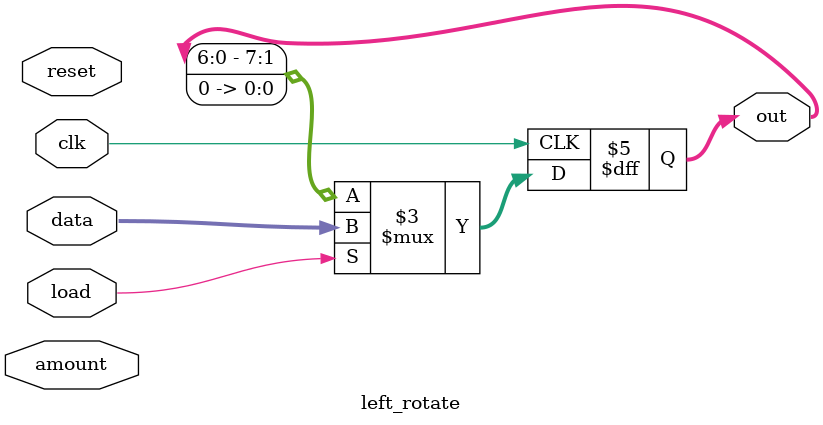
<source format=v>
module left_rotate(clk,reset,amount,data,load,out);
input clk,reset;
input [2:0] amount;
input [7:0] data;
input load;
output reg [7:0] out;
// when load is high, load data to out
// otherwise rotate the out register followed by left shift the out register by amount bits
always @(posedge clk)
	if (load) out<=data;
	else begin
	//$display("amount=%d",amount);
	//$display("out=%d",out);
	out<={out[6:0],1'b0};
	end
endmodule

</source>
